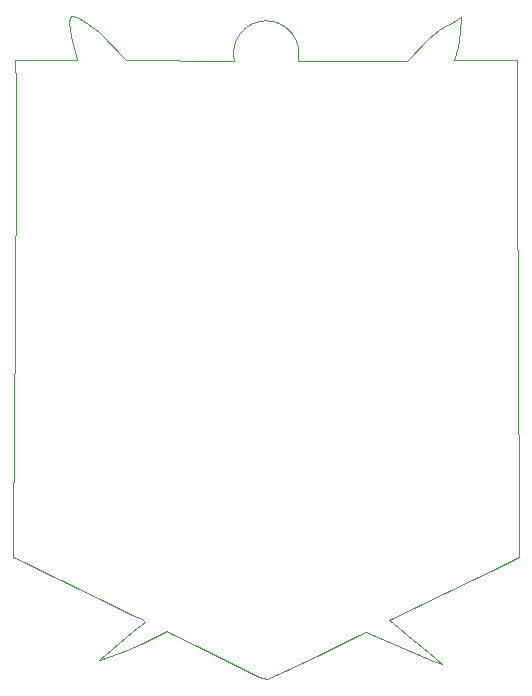
<source format=gm1>
G04 #@! TF.GenerationSoftware,KiCad,Pcbnew,8.0.5*
G04 #@! TF.CreationDate,2025-05-25T21:59:44+05:00*
G04 #@! TF.ProjectId,Wings_Of_Freedom,57696e67-735f-44f6-965f-46726565646f,rev?*
G04 #@! TF.SameCoordinates,Original*
G04 #@! TF.FileFunction,Profile,NP*
%FSLAX46Y46*%
G04 Gerber Fmt 4.6, Leading zero omitted, Abs format (unit mm)*
G04 Created by KiCad (PCBNEW 8.0.5) date 2025-05-25 21:59:44*
%MOMM*%
%LPD*%
G01*
G04 APERTURE LIST*
G04 #@! TA.AperFunction,Profile*
%ADD10C,0.050000*%
G04 #@! TD*
G04 APERTURE END LIST*
D10*
X217380000Y-54740000D02*
X217620000Y-54580000D01*
X214730000Y-106040000D02*
X215510000Y-106660000D01*
X181540000Y-59440000D02*
X181520000Y-57330000D01*
X223970000Y-68150000D02*
X224030000Y-78470000D01*
X214320000Y-107070000D02*
X211170000Y-105710000D01*
X185390000Y-101350000D02*
X184820000Y-101070000D01*
X223950000Y-57340000D02*
X223970000Y-57340000D01*
X223970000Y-61040000D02*
X223970000Y-62550000D01*
X213140000Y-104720000D02*
X213880000Y-105340000D01*
X219190000Y-54940000D02*
X218980000Y-56230000D01*
X213880000Y-105340000D02*
X214730000Y-106040000D01*
X181410000Y-86850000D02*
X181460000Y-80940000D01*
X192210000Y-104670000D02*
X191410000Y-104280000D01*
X188570000Y-54900000D02*
X190870000Y-57340000D01*
X202800000Y-109720000D02*
X202120000Y-109510000D01*
X217660000Y-108420000D02*
X216910000Y-108150000D01*
X188700000Y-108140000D02*
X188640000Y-108140000D01*
X186330000Y-53600000D02*
X186720000Y-53700000D01*
X221960000Y-100460000D02*
X220480000Y-101160000D01*
X200049981Y-57359277D02*
G75*
G02*
X205447562Y-57370066I2700019J609277D01*
G01*
X219260000Y-53660000D02*
X219280000Y-53660000D01*
X186620000Y-56880000D02*
X186270000Y-55680000D01*
X216550000Y-55410000D02*
X217380000Y-54740000D01*
X224030000Y-78470000D02*
X224170000Y-99390000D01*
X188620000Y-108100000D02*
X189700000Y-107150000D01*
X217620000Y-54580000D02*
X218710000Y-53980000D01*
X190870000Y-57340000D02*
X200049981Y-57359277D01*
X218710000Y-53980000D02*
X219260000Y-53660000D01*
X186120000Y-53730000D02*
X186130000Y-53700000D01*
X215510000Y-106660000D02*
X216460000Y-107420000D01*
X204540000Y-108920000D02*
X202800000Y-109720000D01*
X194350000Y-105660000D02*
X192130000Y-106720000D01*
X217080000Y-107930000D02*
X217660000Y-108420000D01*
X186720000Y-57330000D02*
X186770000Y-57330000D01*
X198090000Y-107540000D02*
X196860000Y-106920000D01*
X182440000Y-99910000D02*
X181310000Y-99420000D01*
X214680000Y-57390000D02*
X216550000Y-55410000D01*
X205449957Y-57370617D02*
X205999954Y-57371772D01*
X186120000Y-54780000D02*
X186020000Y-54080000D01*
X223970000Y-57340000D02*
X223970000Y-59190000D01*
X186720000Y-53700000D02*
X187680000Y-54240000D01*
X207910000Y-107310000D02*
X207190000Y-107650000D01*
X181540000Y-63560000D02*
X181540000Y-59440000D01*
X189700000Y-107150000D02*
X191510000Y-105680000D01*
X192470000Y-104860000D02*
X192210000Y-104670000D01*
X220480000Y-101160000D02*
X213140000Y-104720000D01*
X188640000Y-108140000D02*
X188620000Y-108100000D01*
X211170000Y-105710000D02*
X210590000Y-105990000D01*
X210590000Y-105990000D02*
X207910000Y-107310000D01*
X191510000Y-105680000D02*
X192470000Y-104860000D01*
X190960000Y-107220000D02*
X188700000Y-108140000D01*
X216460000Y-107420000D02*
X217080000Y-107930000D01*
X184820000Y-101070000D02*
X182440000Y-99910000D01*
X191560000Y-106980000D02*
X190960000Y-107220000D01*
X186130000Y-53700000D02*
X186330000Y-53600000D01*
X181460000Y-80940000D02*
X181540000Y-63560000D01*
X219280000Y-53660000D02*
X219190000Y-54940000D01*
X186590000Y-101930000D02*
X185390000Y-101350000D01*
X192130000Y-106720000D02*
X191560000Y-106980000D01*
X190030000Y-103600000D02*
X188850000Y-103040000D01*
X186270000Y-55680000D02*
X186120000Y-54780000D01*
X218980000Y-56230000D02*
X218640000Y-57330000D01*
X186770000Y-57330000D02*
X186620000Y-56880000D01*
X207190000Y-107650000D02*
X204540000Y-108920000D01*
X205999954Y-57371772D02*
X214680000Y-57390000D01*
X181520000Y-57330000D02*
X186720000Y-57330000D01*
X187680000Y-54240000D02*
X188570000Y-54900000D01*
X224170000Y-99390000D02*
X221960000Y-100460000D01*
X196860000Y-106920000D02*
X194590000Y-105800000D01*
X202120000Y-109510000D02*
X198090000Y-107540000D01*
X181310000Y-99420000D02*
X181410000Y-86850000D01*
X216910000Y-108150000D02*
X214320000Y-107070000D01*
X223970000Y-62550000D02*
X223970000Y-68150000D01*
X194590000Y-105800000D02*
X194350000Y-105660000D01*
X188850000Y-103040000D02*
X186590000Y-101930000D01*
X191410000Y-104280000D02*
X190030000Y-103600000D01*
X223970000Y-59190000D02*
X223970000Y-61040000D01*
X219090000Y-57330000D02*
X223950000Y-57340000D01*
X218640000Y-57330000D02*
X219090000Y-57330000D01*
X186020000Y-54080000D02*
X186120000Y-53730000D01*
M02*

</source>
